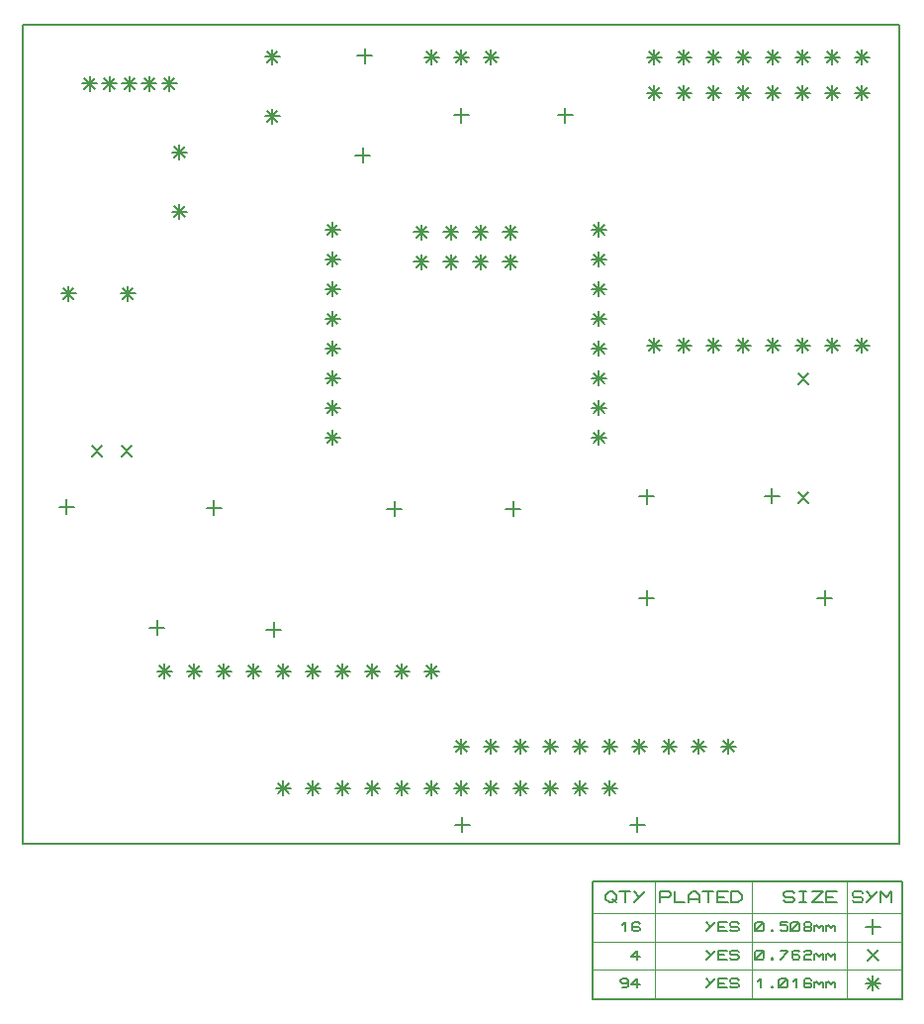
<source format=gbr>
G04 PROTEUS RS274X GERBER FILE*
%FSLAX45Y45*%
%MOMM*%
G01*
%ADD24C,0.203200*%
%ADD25C,0.127000*%
%ADD26C,0.063500*%
D24*
X+1507212Y-3272905D02*
X+1507212Y-3399905D01*
X+1570712Y-3336405D02*
X+1443712Y-3336405D01*
X+7560Y-3272905D02*
X+7560Y-3399905D01*
X+71060Y-3336405D02*
X-55940Y-3336405D01*
X+1587181Y-466819D02*
X+1587181Y-593819D01*
X+1650681Y-530319D02*
X+1523681Y-530319D01*
X+2659330Y-464849D02*
X+2659330Y-591849D01*
X+2722830Y-528349D02*
X+2595830Y-528349D01*
X-842131Y+2447773D02*
X-842131Y+2320773D01*
X-778631Y+2384273D02*
X-905631Y+2384273D01*
X-825500Y+3302000D02*
X-825500Y+3175000D01*
X-762000Y+3238500D02*
X-889000Y+3238500D01*
X+889000Y+2794000D02*
X+889000Y+2667000D01*
X+952500Y+2730500D02*
X+825500Y+2730500D01*
X+0Y+2794000D02*
X+0Y+2667000D01*
X+63500Y+2730500D02*
X-63500Y+2730500D01*
X-1604178Y-1604177D02*
X-1604178Y-1731177D01*
X-1540678Y-1667677D02*
X-1667678Y-1667677D01*
X-2603500Y-1587500D02*
X-2603500Y-1714500D01*
X-2540000Y-1651000D02*
X-2667000Y-1651000D01*
X+3111500Y-1333500D02*
X+3111500Y-1460500D01*
X+3175000Y-1397000D02*
X+3048000Y-1397000D01*
X+1587500Y-1333500D02*
X+1587500Y-1460500D01*
X+1651000Y-1397000D02*
X+1524000Y-1397000D01*
X-2118401Y-566295D02*
X-2118401Y-693295D01*
X-2054901Y-629795D02*
X-2181901Y-629795D01*
X-3377991Y-555885D02*
X-3377991Y-682885D01*
X-3314491Y-619385D02*
X-3441491Y-619385D01*
X-571500Y-571500D02*
X-571500Y-698500D01*
X-508000Y-635000D02*
X-635000Y-635000D01*
X+444500Y-571500D02*
X+444500Y-698500D01*
X+508000Y-635000D02*
X+381000Y-635000D01*
X+1270000Y-2961500D02*
X+1270000Y-3088500D01*
X+1333500Y-3025000D02*
X+1206500Y-3025000D01*
X+1314901Y-2980099D02*
X+1225099Y-3069901D01*
X+1314901Y-3069901D02*
X+1225099Y-2980099D01*
X+1016000Y-2961500D02*
X+1016000Y-3088500D01*
X+1079500Y-3025000D02*
X+952500Y-3025000D01*
X+1060901Y-2980099D02*
X+971099Y-3069901D01*
X+1060901Y-3069901D02*
X+971099Y-2980099D01*
X+762000Y-2961500D02*
X+762000Y-3088500D01*
X+825500Y-3025000D02*
X+698500Y-3025000D01*
X+806901Y-2980099D02*
X+717099Y-3069901D01*
X+806901Y-3069901D02*
X+717099Y-2980099D01*
X+508000Y-2961500D02*
X+508000Y-3088500D01*
X+571500Y-3025000D02*
X+444500Y-3025000D01*
X+552901Y-2980099D02*
X+463099Y-3069901D01*
X+552901Y-3069901D02*
X+463099Y-2980099D01*
X+254000Y-2961500D02*
X+254000Y-3088500D01*
X+317500Y-3025000D02*
X+190500Y-3025000D01*
X+298901Y-2980099D02*
X+209099Y-3069901D01*
X+298901Y-3069901D02*
X+209099Y-2980099D01*
X+0Y-2961500D02*
X+0Y-3088500D01*
X+63500Y-3025000D02*
X-63500Y-3025000D01*
X+44901Y-2980099D02*
X-44901Y-3069901D01*
X+44901Y-3069901D02*
X-44901Y-2980099D01*
X-254000Y-2961500D02*
X-254000Y-3088500D01*
X-190500Y-3025000D02*
X-317500Y-3025000D01*
X-209099Y-2980099D02*
X-298901Y-3069901D01*
X-209099Y-3069901D02*
X-298901Y-2980099D01*
X-508000Y-2961500D02*
X-508000Y-3088500D01*
X-444500Y-3025000D02*
X-571500Y-3025000D01*
X-463099Y-2980099D02*
X-552901Y-3069901D01*
X-463099Y-3069901D02*
X-552901Y-2980099D01*
X-762000Y-2961500D02*
X-762000Y-3088500D01*
X-698500Y-3025000D02*
X-825500Y-3025000D01*
X-717099Y-2980099D02*
X-806901Y-3069901D01*
X-717099Y-3069901D02*
X-806901Y-2980099D01*
X-1016000Y-2961500D02*
X-1016000Y-3088500D01*
X-952500Y-3025000D02*
X-1079500Y-3025000D01*
X-971099Y-2980099D02*
X-1060901Y-3069901D01*
X-971099Y-3069901D02*
X-1060901Y-2980099D01*
X-1270000Y-2961500D02*
X-1270000Y-3088500D01*
X-1206500Y-3025000D02*
X-1333500Y-3025000D01*
X-1225099Y-2980099D02*
X-1314901Y-3069901D01*
X-1225099Y-3069901D02*
X-1314901Y-2980099D01*
X-1524000Y-2961500D02*
X-1524000Y-3088500D01*
X-1460500Y-3025000D02*
X-1587500Y-3025000D01*
X-1479099Y-2980099D02*
X-1568901Y-3069901D01*
X-1479099Y-3069901D02*
X-1568901Y-2980099D01*
X+0Y-2603500D02*
X+0Y-2730500D01*
X+63500Y-2667000D02*
X-63500Y-2667000D01*
X+44901Y-2622099D02*
X-44901Y-2711901D01*
X+44901Y-2711901D02*
X-44901Y-2622099D01*
X+254000Y-2603500D02*
X+254000Y-2730500D01*
X+317500Y-2667000D02*
X+190500Y-2667000D01*
X+298901Y-2622099D02*
X+209099Y-2711901D01*
X+298901Y-2711901D02*
X+209099Y-2622099D01*
X+508000Y-2603500D02*
X+508000Y-2730500D01*
X+571500Y-2667000D02*
X+444500Y-2667000D01*
X+552901Y-2622099D02*
X+463099Y-2711901D01*
X+552901Y-2711901D02*
X+463099Y-2622099D01*
X+762000Y-2603500D02*
X+762000Y-2730500D01*
X+825500Y-2667000D02*
X+698500Y-2667000D01*
X+806901Y-2622099D02*
X+717099Y-2711901D01*
X+806901Y-2711901D02*
X+717099Y-2622099D01*
X+1016000Y-2603500D02*
X+1016000Y-2730500D01*
X+1079500Y-2667000D02*
X+952500Y-2667000D01*
X+1060901Y-2622099D02*
X+971099Y-2711901D01*
X+1060901Y-2711901D02*
X+971099Y-2622099D01*
X+1270000Y-2603500D02*
X+1270000Y-2730500D01*
X+1333500Y-2667000D02*
X+1206500Y-2667000D01*
X+1314901Y-2622099D02*
X+1225099Y-2711901D01*
X+1314901Y-2711901D02*
X+1225099Y-2622099D01*
X+1524000Y-2603500D02*
X+1524000Y-2730500D01*
X+1587500Y-2667000D02*
X+1460500Y-2667000D01*
X+1568901Y-2622099D02*
X+1479099Y-2711901D01*
X+1568901Y-2711901D02*
X+1479099Y-2622099D01*
X+1778000Y-2603500D02*
X+1778000Y-2730500D01*
X+1841500Y-2667000D02*
X+1714500Y-2667000D01*
X+1822901Y-2622099D02*
X+1733099Y-2711901D01*
X+1822901Y-2711901D02*
X+1733099Y-2622099D01*
X+2032000Y-2603500D02*
X+2032000Y-2730500D01*
X+2095500Y-2667000D02*
X+1968500Y-2667000D01*
X+2076901Y-2622099D02*
X+1987099Y-2711901D01*
X+2076901Y-2711901D02*
X+1987099Y-2622099D01*
X+2286000Y-2603500D02*
X+2286000Y-2730500D01*
X+2349500Y-2667000D02*
X+2222500Y-2667000D01*
X+2330901Y-2622099D02*
X+2241099Y-2711901D01*
X+2330901Y-2711901D02*
X+2241099Y-2622099D01*
X-254000Y-1961500D02*
X-254000Y-2088500D01*
X-190500Y-2025000D02*
X-317500Y-2025000D01*
X-209099Y-1980099D02*
X-298901Y-2069901D01*
X-209099Y-2069901D02*
X-298901Y-1980099D01*
X-508000Y-1961500D02*
X-508000Y-2088500D01*
X-444500Y-2025000D02*
X-571500Y-2025000D01*
X-463099Y-1980099D02*
X-552901Y-2069901D01*
X-463099Y-2069901D02*
X-552901Y-1980099D01*
X-762000Y-1961500D02*
X-762000Y-2088500D01*
X-698500Y-2025000D02*
X-825500Y-2025000D01*
X-717099Y-1980099D02*
X-806901Y-2069901D01*
X-717099Y-2069901D02*
X-806901Y-1980099D01*
X-1016000Y-1961500D02*
X-1016000Y-2088500D01*
X-952500Y-2025000D02*
X-1079500Y-2025000D01*
X-971099Y-1980099D02*
X-1060901Y-2069901D01*
X-971099Y-2069901D02*
X-1060901Y-1980099D01*
X-1270000Y-1961500D02*
X-1270000Y-2088500D01*
X-1206500Y-2025000D02*
X-1333500Y-2025000D01*
X-1225099Y-1980099D02*
X-1314901Y-2069901D01*
X-1225099Y-2069901D02*
X-1314901Y-1980099D01*
X-1524000Y-1961500D02*
X-1524000Y-2088500D01*
X-1460500Y-2025000D02*
X-1587500Y-2025000D01*
X-1479099Y-1980099D02*
X-1568901Y-2069901D01*
X-1479099Y-2069901D02*
X-1568901Y-1980099D01*
X-1778000Y-1961500D02*
X-1778000Y-2088500D01*
X-1714500Y-2025000D02*
X-1841500Y-2025000D01*
X-1733099Y-1980099D02*
X-1822901Y-2069901D01*
X-1733099Y-2069901D02*
X-1822901Y-1980099D01*
X-2032000Y-1961500D02*
X-2032000Y-2088500D01*
X-1968500Y-2025000D02*
X-2095500Y-2025000D01*
X-1987099Y-1980099D02*
X-2076901Y-2069901D01*
X-1987099Y-2069901D02*
X-2076901Y-1980099D01*
X-2286000Y-1961500D02*
X-2286000Y-2088500D01*
X-2222500Y-2025000D02*
X-2349500Y-2025000D01*
X-2241099Y-1980099D02*
X-2330901Y-2069901D01*
X-2241099Y-2069901D02*
X-2330901Y-1980099D01*
X-2540000Y-1961500D02*
X-2540000Y-2088500D01*
X-2476500Y-2025000D02*
X-2603500Y-2025000D01*
X-2495099Y-1980099D02*
X-2584901Y-2069901D01*
X-2495099Y-2069901D02*
X-2584901Y-1980099D01*
X+1177181Y+1814081D02*
X+1177181Y+1687081D01*
X+1240681Y+1750581D02*
X+1113681Y+1750581D01*
X+1222082Y+1795482D02*
X+1132280Y+1705680D01*
X+1222082Y+1705680D02*
X+1132280Y+1795482D01*
X+1177181Y+1560081D02*
X+1177181Y+1433081D01*
X+1240681Y+1496581D02*
X+1113681Y+1496581D01*
X+1222082Y+1541482D02*
X+1132280Y+1451680D01*
X+1222082Y+1451680D02*
X+1132280Y+1541482D01*
X+1177181Y+1306081D02*
X+1177181Y+1179081D01*
X+1240681Y+1242581D02*
X+1113681Y+1242581D01*
X+1222082Y+1287482D02*
X+1132280Y+1197680D01*
X+1222082Y+1197680D02*
X+1132280Y+1287482D01*
X+1177181Y+1052081D02*
X+1177181Y+925081D01*
X+1240681Y+988581D02*
X+1113681Y+988581D01*
X+1222082Y+1033482D02*
X+1132280Y+943680D01*
X+1222082Y+943680D02*
X+1132280Y+1033482D01*
X+1177181Y+798081D02*
X+1177181Y+671081D01*
X+1240681Y+734581D02*
X+1113681Y+734581D01*
X+1222082Y+779482D02*
X+1132280Y+689680D01*
X+1222082Y+689680D02*
X+1132280Y+779482D01*
X+1177181Y+544081D02*
X+1177181Y+417081D01*
X+1240681Y+480581D02*
X+1113681Y+480581D01*
X+1222082Y+525482D02*
X+1132280Y+435680D01*
X+1222082Y+435680D02*
X+1132280Y+525482D01*
X+1177181Y+290081D02*
X+1177181Y+163081D01*
X+1240681Y+226581D02*
X+1113681Y+226581D01*
X+1222082Y+271482D02*
X+1132280Y+181680D01*
X+1222082Y+181680D02*
X+1132280Y+271482D01*
X+1177181Y+36081D02*
X+1177181Y-90919D01*
X+1240681Y-27419D02*
X+1113681Y-27419D01*
X+1222082Y+17482D02*
X+1132280Y-72320D01*
X+1222082Y-72320D02*
X+1132280Y+17482D01*
X-1102819Y+36081D02*
X-1102819Y-90919D01*
X-1039319Y-27419D02*
X-1166319Y-27419D01*
X-1057918Y+17482D02*
X-1147720Y-72320D01*
X-1057918Y-72320D02*
X-1147720Y+17482D01*
X-1102819Y+290081D02*
X-1102819Y+163081D01*
X-1039319Y+226581D02*
X-1166319Y+226581D01*
X-1057918Y+271482D02*
X-1147720Y+181680D01*
X-1057918Y+181680D02*
X-1147720Y+271482D01*
X-1102819Y+544081D02*
X-1102819Y+417081D01*
X-1039319Y+480581D02*
X-1166319Y+480581D01*
X-1057918Y+525482D02*
X-1147720Y+435680D01*
X-1057918Y+435680D02*
X-1147720Y+525482D01*
X-1102819Y+798081D02*
X-1102819Y+671081D01*
X-1039319Y+734581D02*
X-1166319Y+734581D01*
X-1057918Y+779482D02*
X-1147720Y+689680D01*
X-1057918Y+689680D02*
X-1147720Y+779482D01*
X-1102819Y+1052081D02*
X-1102819Y+925081D01*
X-1039319Y+988581D02*
X-1166319Y+988581D01*
X-1057918Y+1033482D02*
X-1147720Y+943680D01*
X-1057918Y+943680D02*
X-1147720Y+1033482D01*
X-1102819Y+1306081D02*
X-1102819Y+1179081D01*
X-1039319Y+1242581D02*
X-1166319Y+1242581D01*
X-1057918Y+1287482D02*
X-1147720Y+1197680D01*
X-1057918Y+1197680D02*
X-1147720Y+1287482D01*
X-1102819Y+1560081D02*
X-1102819Y+1433081D01*
X-1039319Y+1496581D02*
X-1166319Y+1496581D01*
X-1057918Y+1541482D02*
X-1147720Y+1451680D01*
X-1057918Y+1451680D02*
X-1147720Y+1541482D01*
X-1102819Y+1814081D02*
X-1102819Y+1687081D01*
X-1039319Y+1750581D02*
X-1166319Y+1750581D01*
X-1057918Y+1795482D02*
X-1147720Y+1705680D01*
X-1057918Y+1705680D02*
X-1147720Y+1795482D01*
X-341819Y+1791681D02*
X-341819Y+1664681D01*
X-278319Y+1728181D02*
X-405319Y+1728181D01*
X-296918Y+1773082D02*
X-386720Y+1683280D01*
X-296918Y+1683280D02*
X-386720Y+1773082D01*
X-87819Y+1791681D02*
X-87819Y+1664681D01*
X-24319Y+1728181D02*
X-151319Y+1728181D01*
X-42918Y+1773082D02*
X-132720Y+1683280D01*
X-42918Y+1683280D02*
X-132720Y+1773082D01*
X+166181Y+1791681D02*
X+166181Y+1664681D01*
X+229681Y+1728181D02*
X+102681Y+1728181D01*
X+211082Y+1773082D02*
X+121280Y+1683280D01*
X+211082Y+1683280D02*
X+121280Y+1773082D01*
X+420181Y+1791681D02*
X+420181Y+1664681D01*
X+483681Y+1728181D02*
X+356681Y+1728181D01*
X+465082Y+1773082D02*
X+375280Y+1683280D01*
X+465082Y+1683280D02*
X+375280Y+1773082D01*
X+420181Y+1537681D02*
X+420181Y+1410681D01*
X+483681Y+1474181D02*
X+356681Y+1474181D01*
X+465082Y+1519082D02*
X+375280Y+1429280D01*
X+465082Y+1429280D02*
X+375280Y+1519082D01*
X+166181Y+1537681D02*
X+166181Y+1410681D01*
X+229681Y+1474181D02*
X+102681Y+1474181D01*
X+211082Y+1519082D02*
X+121280Y+1429280D01*
X+211082Y+1429280D02*
X+121280Y+1519082D01*
X-87819Y+1537681D02*
X-87819Y+1410681D01*
X-24319Y+1474181D02*
X-151319Y+1474181D01*
X-42918Y+1519082D02*
X-132720Y+1429280D01*
X-42918Y+1429280D02*
X-132720Y+1519082D01*
X-341819Y+1537681D02*
X-341819Y+1410681D01*
X-278319Y+1474181D02*
X-405319Y+1474181D01*
X-296918Y+1519082D02*
X-386720Y+1429280D01*
X-296918Y+1429280D02*
X-386720Y+1519082D01*
X+1651000Y+2984500D02*
X+1651000Y+2857500D01*
X+1714500Y+2921000D02*
X+1587500Y+2921000D01*
X+1695901Y+2965901D02*
X+1606099Y+2876099D01*
X+1695901Y+2876099D02*
X+1606099Y+2965901D01*
X+1905000Y+2984500D02*
X+1905000Y+2857500D01*
X+1968500Y+2921000D02*
X+1841500Y+2921000D01*
X+1949901Y+2965901D02*
X+1860099Y+2876099D01*
X+1949901Y+2876099D02*
X+1860099Y+2965901D01*
X+2159000Y+2984500D02*
X+2159000Y+2857500D01*
X+2222500Y+2921000D02*
X+2095500Y+2921000D01*
X+2203901Y+2965901D02*
X+2114099Y+2876099D01*
X+2203901Y+2876099D02*
X+2114099Y+2965901D01*
X+2413000Y+2984500D02*
X+2413000Y+2857500D01*
X+2476500Y+2921000D02*
X+2349500Y+2921000D01*
X+2457901Y+2965901D02*
X+2368099Y+2876099D01*
X+2457901Y+2876099D02*
X+2368099Y+2965901D01*
X+2667000Y+2984500D02*
X+2667000Y+2857500D01*
X+2730500Y+2921000D02*
X+2603500Y+2921000D01*
X+2711901Y+2965901D02*
X+2622099Y+2876099D01*
X+2711901Y+2876099D02*
X+2622099Y+2965901D01*
X+2921000Y+2984500D02*
X+2921000Y+2857500D01*
X+2984500Y+2921000D02*
X+2857500Y+2921000D01*
X+2965901Y+2965901D02*
X+2876099Y+2876099D01*
X+2965901Y+2876099D02*
X+2876099Y+2965901D01*
X+3175000Y+2984500D02*
X+3175000Y+2857500D01*
X+3238500Y+2921000D02*
X+3111500Y+2921000D01*
X+3219901Y+2965901D02*
X+3130099Y+2876099D01*
X+3219901Y+2876099D02*
X+3130099Y+2965901D01*
X+3429000Y+2984500D02*
X+3429000Y+2857500D01*
X+3492500Y+2921000D02*
X+3365500Y+2921000D01*
X+3473901Y+2965901D02*
X+3384099Y+2876099D01*
X+3473901Y+2876099D02*
X+3384099Y+2965901D01*
X+3429000Y+825500D02*
X+3429000Y+698500D01*
X+3492500Y+762000D02*
X+3365500Y+762000D01*
X+3473901Y+806901D02*
X+3384099Y+717099D01*
X+3473901Y+717099D02*
X+3384099Y+806901D01*
X+3175000Y+825500D02*
X+3175000Y+698500D01*
X+3238500Y+762000D02*
X+3111500Y+762000D01*
X+3219901Y+806901D02*
X+3130099Y+717099D01*
X+3219901Y+717099D02*
X+3130099Y+806901D01*
X+2921000Y+825500D02*
X+2921000Y+698500D01*
X+2984500Y+762000D02*
X+2857500Y+762000D01*
X+2965901Y+806901D02*
X+2876099Y+717099D01*
X+2965901Y+717099D02*
X+2876099Y+806901D01*
X+2667000Y+825500D02*
X+2667000Y+698500D01*
X+2730500Y+762000D02*
X+2603500Y+762000D01*
X+2711901Y+806901D02*
X+2622099Y+717099D01*
X+2711901Y+717099D02*
X+2622099Y+806901D01*
X+2413000Y+825500D02*
X+2413000Y+698500D01*
X+2476500Y+762000D02*
X+2349500Y+762000D01*
X+2457901Y+806901D02*
X+2368099Y+717099D01*
X+2457901Y+717099D02*
X+2368099Y+806901D01*
X+2159000Y+825500D02*
X+2159000Y+698500D01*
X+2222500Y+762000D02*
X+2095500Y+762000D01*
X+2203901Y+806901D02*
X+2114099Y+717099D01*
X+2203901Y+717099D02*
X+2114099Y+806901D01*
X+1905000Y+825500D02*
X+1905000Y+698500D01*
X+1968500Y+762000D02*
X+1841500Y+762000D01*
X+1949901Y+806901D02*
X+1860099Y+717099D01*
X+1949901Y+717099D02*
X+1860099Y+806901D01*
X+1651000Y+825500D02*
X+1651000Y+698500D01*
X+1714500Y+762000D02*
X+1587500Y+762000D01*
X+1695901Y+806901D02*
X+1606099Y+717099D01*
X+1695901Y+717099D02*
X+1606099Y+806901D01*
X-2500000Y+3063500D02*
X-2500000Y+2936500D01*
X-2436500Y+3000000D02*
X-2563500Y+3000000D01*
X-2455099Y+3044901D02*
X-2544901Y+2955099D01*
X-2455099Y+2955099D02*
X-2544901Y+3044901D01*
X-2670180Y+3063500D02*
X-2670180Y+2936500D01*
X-2606680Y+3000000D02*
X-2733680Y+3000000D01*
X-2625279Y+3044901D02*
X-2715081Y+2955099D01*
X-2625279Y+2955099D02*
X-2715081Y+3044901D01*
X-2840360Y+3063500D02*
X-2840360Y+2936500D01*
X-2776860Y+3000000D02*
X-2903860Y+3000000D01*
X-2795459Y+3044901D02*
X-2885261Y+2955099D01*
X-2795459Y+2955099D02*
X-2885261Y+3044901D01*
X-3010540Y+3063500D02*
X-3010540Y+2936500D01*
X-2947040Y+3000000D02*
X-3074040Y+3000000D01*
X-2965639Y+3044901D02*
X-3055441Y+2955099D01*
X-2965639Y+2955099D02*
X-3055441Y+3044901D01*
X-3180720Y+3063500D02*
X-3180720Y+2936500D01*
X-3117220Y+3000000D02*
X-3244220Y+3000000D01*
X-3135819Y+3044901D02*
X-3225621Y+2955099D01*
X-3135819Y+2955099D02*
X-3225621Y+3044901D01*
X-2413000Y+1968500D02*
X-2413000Y+1841500D01*
X-2349500Y+1905000D02*
X-2476500Y+1905000D01*
X-2368099Y+1949901D02*
X-2457901Y+1860099D01*
X-2368099Y+1860099D02*
X-2457901Y+1949901D01*
X-2413000Y+2476500D02*
X-2413000Y+2349500D01*
X-2349500Y+2413000D02*
X-2476500Y+2413000D01*
X-2368099Y+2457901D02*
X-2457901Y+2368099D01*
X-2368099Y+2368099D02*
X-2457901Y+2457901D01*
X-1620000Y+2783500D02*
X-1620000Y+2656500D01*
X-1556500Y+2720000D02*
X-1683500Y+2720000D01*
X-1575099Y+2764901D02*
X-1664901Y+2675099D01*
X-1575099Y+2675099D02*
X-1664901Y+2764901D01*
X-1620000Y+3291500D02*
X-1620000Y+3164500D01*
X-1556500Y+3228000D02*
X-1683500Y+3228000D01*
X-1575099Y+3272901D02*
X-1664901Y+3183099D01*
X-1575099Y+3183099D02*
X-1664901Y+3272901D01*
X-2856000Y+1268500D02*
X-2856000Y+1141500D01*
X-2792500Y+1205000D02*
X-2919500Y+1205000D01*
X-2811099Y+1249901D02*
X-2900901Y+1160099D01*
X-2811099Y+1160099D02*
X-2900901Y+1249901D01*
X-3364000Y+1268500D02*
X-3364000Y+1141500D01*
X-3300500Y+1205000D02*
X-3427500Y+1205000D01*
X-3319099Y+1249901D02*
X-3408901Y+1160099D01*
X-3319099Y+1160099D02*
X-3408901Y+1249901D01*
X+2972082Y-495418D02*
X+2882280Y-585220D01*
X+2972082Y-585220D02*
X+2882280Y-495418D01*
X+2972082Y+520582D02*
X+2882280Y+430780D01*
X+2972082Y+430780D02*
X+2882280Y+520582D01*
X-2818599Y-97099D02*
X-2908401Y-186901D01*
X-2818599Y-186901D02*
X-2908401Y-97099D01*
X-3072599Y-97099D02*
X-3162401Y-186901D01*
X-3072599Y-186901D02*
X-3162401Y-97099D01*
X+1651000Y+3289300D02*
X+1651000Y+3162300D01*
X+1714500Y+3225800D02*
X+1587500Y+3225800D01*
X+1695901Y+3270701D02*
X+1606099Y+3180899D01*
X+1695901Y+3180899D02*
X+1606099Y+3270701D01*
X+1905000Y+3289300D02*
X+1905000Y+3162300D01*
X+1968500Y+3225800D02*
X+1841500Y+3225800D01*
X+1949901Y+3270701D02*
X+1860099Y+3180899D01*
X+1949901Y+3180899D02*
X+1860099Y+3270701D01*
X+2159000Y+3289300D02*
X+2159000Y+3162300D01*
X+2222500Y+3225800D02*
X+2095500Y+3225800D01*
X+2203901Y+3270701D02*
X+2114099Y+3180899D01*
X+2203901Y+3180899D02*
X+2114099Y+3270701D01*
X+2413000Y+3289300D02*
X+2413000Y+3162300D01*
X+2476500Y+3225800D02*
X+2349500Y+3225800D01*
X+2457901Y+3270701D02*
X+2368099Y+3180899D01*
X+2457901Y+3180899D02*
X+2368099Y+3270701D01*
X+2667000Y+3289300D02*
X+2667000Y+3162300D01*
X+2730500Y+3225800D02*
X+2603500Y+3225800D01*
X+2711901Y+3270701D02*
X+2622099Y+3180899D01*
X+2711901Y+3180899D02*
X+2622099Y+3270701D01*
X+2921000Y+3289300D02*
X+2921000Y+3162300D01*
X+2984500Y+3225800D02*
X+2857500Y+3225800D01*
X+2965901Y+3270701D02*
X+2876099Y+3180899D01*
X+2965901Y+3180899D02*
X+2876099Y+3270701D01*
X+3175000Y+3289300D02*
X+3175000Y+3162300D01*
X+3238500Y+3225800D02*
X+3111500Y+3225800D01*
X+3219901Y+3270701D02*
X+3130099Y+3180899D01*
X+3219901Y+3180899D02*
X+3130099Y+3270701D01*
X+3429000Y+3289300D02*
X+3429000Y+3162300D01*
X+3492500Y+3225800D02*
X+3365500Y+3225800D01*
X+3473901Y+3270701D02*
X+3384099Y+3180899D01*
X+3473901Y+3180899D02*
X+3384099Y+3270701D01*
X+254000Y+3289300D02*
X+254000Y+3162300D01*
X+317500Y+3225800D02*
X+190500Y+3225800D01*
X+298901Y+3270701D02*
X+209099Y+3180899D01*
X+298901Y+3180899D02*
X+209099Y+3270701D01*
X+0Y+3289300D02*
X+0Y+3162300D01*
X+63500Y+3225800D02*
X-63500Y+3225800D01*
X+44901Y+3270701D02*
X-44901Y+3180899D01*
X+44901Y+3180899D02*
X-44901Y+3270701D01*
X-254000Y+3289300D02*
X-254000Y+3162300D01*
X-190500Y+3225800D02*
X-317500Y+3225800D01*
X-209099Y+3270701D02*
X-298901Y+3180899D01*
X-209099Y+3180899D02*
X-298901Y+3270701D01*
X-3750000Y-3500000D02*
X+3750000Y-3500000D01*
X+3750000Y+3500000D01*
X-3750000Y+3500000D01*
X-3750000Y-3500000D01*
D25*
X+1124910Y-4826105D02*
X+3769050Y-4826105D01*
X+3769050Y-3822805D01*
X+1124910Y-3822805D01*
X+1124910Y-4826105D01*
D26*
X+3301688Y-3822805D02*
X+3301688Y-4826105D01*
X+2488888Y-3822805D02*
X+2488888Y-4826105D01*
X+1655768Y-3822805D02*
X+1655768Y-4826105D01*
X+3769050Y-4095855D02*
X+1124910Y-4095855D01*
X+3769050Y-4337155D02*
X+1124910Y-4337155D01*
X+3769050Y-4578455D02*
X+1124910Y-4578455D01*
D25*
X+3346140Y-3986635D02*
X+3361380Y-4001875D01*
X+3422340Y-4001875D01*
X+3437580Y-3986635D01*
X+3437580Y-3971395D01*
X+3422340Y-3956155D01*
X+3361380Y-3956155D01*
X+3346140Y-3940915D01*
X+3346140Y-3925675D01*
X+3361380Y-3910435D01*
X+3422340Y-3910435D01*
X+3437580Y-3925675D01*
X+3559500Y-3910435D02*
X+3468060Y-4001875D01*
X+3468060Y-3910435D02*
X+3513780Y-3956155D01*
X+3589980Y-4001875D02*
X+3589980Y-3910435D01*
X+3635700Y-3956155D01*
X+3681420Y-3910435D01*
X+3681420Y-4001875D01*
X+2756860Y-3986635D02*
X+2772100Y-4001875D01*
X+2833060Y-4001875D01*
X+2848300Y-3986635D01*
X+2848300Y-3971395D01*
X+2833060Y-3956155D01*
X+2772100Y-3956155D01*
X+2756860Y-3940915D01*
X+2756860Y-3925675D01*
X+2772100Y-3910435D01*
X+2833060Y-3910435D01*
X+2848300Y-3925675D01*
X+2894020Y-3910435D02*
X+2954980Y-3910435D01*
X+2924500Y-3910435D02*
X+2924500Y-4001875D01*
X+2894020Y-4001875D02*
X+2954980Y-4001875D01*
X+3000700Y-3910435D02*
X+3092140Y-3910435D01*
X+3000700Y-4001875D01*
X+3092140Y-4001875D01*
X+3214060Y-4001875D02*
X+3122620Y-4001875D01*
X+3122620Y-3910435D01*
X+3214060Y-3910435D01*
X+3122620Y-3956155D02*
X+3183580Y-3956155D01*
X+1700220Y-4001875D02*
X+1700220Y-3910435D01*
X+1776420Y-3910435D01*
X+1791660Y-3925675D01*
X+1791660Y-3940915D01*
X+1776420Y-3956155D01*
X+1700220Y-3956155D01*
X+1822140Y-3910435D02*
X+1822140Y-4001875D01*
X+1913580Y-4001875D01*
X+1944060Y-4001875D02*
X+1944060Y-3940915D01*
X+1974540Y-3910435D01*
X+2005020Y-3910435D01*
X+2035500Y-3940915D01*
X+2035500Y-4001875D01*
X+1944060Y-3971395D02*
X+2035500Y-3971395D01*
X+2065980Y-3910435D02*
X+2157420Y-3910435D01*
X+2111700Y-3910435D02*
X+2111700Y-4001875D01*
X+2279340Y-4001875D02*
X+2187900Y-4001875D01*
X+2187900Y-3910435D01*
X+2279340Y-3910435D01*
X+2187900Y-3956155D02*
X+2248860Y-3956155D01*
X+2309820Y-4001875D02*
X+2309820Y-3910435D01*
X+2370780Y-3910435D01*
X+2401260Y-3940915D01*
X+2401260Y-3971395D01*
X+2370780Y-4001875D01*
X+2309820Y-4001875D01*
X+1232860Y-3940915D02*
X+1263340Y-3910435D01*
X+1293820Y-3910435D01*
X+1324300Y-3940915D01*
X+1324300Y-3971395D01*
X+1293820Y-4001875D01*
X+1263340Y-4001875D01*
X+1232860Y-3971395D01*
X+1232860Y-3940915D01*
X+1293820Y-3971395D02*
X+1324300Y-4001875D01*
X+1354780Y-3910435D02*
X+1446220Y-3910435D01*
X+1400500Y-3910435D02*
X+1400500Y-4001875D01*
X+1568140Y-3910435D02*
X+1476700Y-4001875D01*
X+1476700Y-3910435D02*
X+1522420Y-3956155D01*
D24*
X+3522670Y-4146655D02*
X+3522670Y-4273655D01*
X+3586170Y-4210155D02*
X+3459170Y-4210155D01*
D25*
X+2514290Y-4235555D02*
X+2514290Y-4184755D01*
X+2526990Y-4172055D01*
X+2577790Y-4172055D01*
X+2590490Y-4184755D01*
X+2590490Y-4235555D01*
X+2577790Y-4248255D01*
X+2526990Y-4248255D01*
X+2514290Y-4235555D01*
X+2514290Y-4248255D02*
X+2590490Y-4172055D01*
X+2653990Y-4235555D02*
X+2666690Y-4235555D01*
X+2666690Y-4248255D01*
X+2653990Y-4248255D01*
X+2653990Y-4235555D01*
X+2793690Y-4172055D02*
X+2730190Y-4172055D01*
X+2730190Y-4197455D01*
X+2780990Y-4197455D01*
X+2793690Y-4210155D01*
X+2793690Y-4235555D01*
X+2780990Y-4248255D01*
X+2742890Y-4248255D01*
X+2730190Y-4235555D01*
X+2819090Y-4235555D02*
X+2819090Y-4184755D01*
X+2831790Y-4172055D01*
X+2882590Y-4172055D01*
X+2895290Y-4184755D01*
X+2895290Y-4235555D01*
X+2882590Y-4248255D01*
X+2831790Y-4248255D01*
X+2819090Y-4235555D01*
X+2819090Y-4248255D02*
X+2895290Y-4172055D01*
X+2946090Y-4210155D02*
X+2933390Y-4197455D01*
X+2933390Y-4184755D01*
X+2946090Y-4172055D01*
X+2984190Y-4172055D01*
X+2996890Y-4184755D01*
X+2996890Y-4197455D01*
X+2984190Y-4210155D01*
X+2946090Y-4210155D01*
X+2933390Y-4222855D01*
X+2933390Y-4235555D01*
X+2946090Y-4248255D01*
X+2984190Y-4248255D01*
X+2996890Y-4235555D01*
X+2996890Y-4222855D01*
X+2984190Y-4210155D01*
X+3022290Y-4248255D02*
X+3022290Y-4197455D01*
X+3022290Y-4210155D02*
X+3034990Y-4197455D01*
X+3060390Y-4222855D01*
X+3085790Y-4197455D01*
X+3098490Y-4210155D01*
X+3098490Y-4248255D01*
X+3123890Y-4248255D02*
X+3123890Y-4197455D01*
X+3123890Y-4210155D02*
X+3136590Y-4197455D01*
X+3161990Y-4222855D01*
X+3187390Y-4197455D01*
X+3200090Y-4210155D01*
X+3200090Y-4248255D01*
X+2171390Y-4172055D02*
X+2095190Y-4248255D01*
X+2095190Y-4172055D02*
X+2133290Y-4210155D01*
X+2272990Y-4248255D02*
X+2196790Y-4248255D01*
X+2196790Y-4172055D01*
X+2272990Y-4172055D01*
X+2196790Y-4210155D02*
X+2247590Y-4210155D01*
X+2298390Y-4235555D02*
X+2311090Y-4248255D01*
X+2361890Y-4248255D01*
X+2374590Y-4235555D01*
X+2374590Y-4222855D01*
X+2361890Y-4210155D01*
X+2311090Y-4210155D01*
X+2298390Y-4197455D01*
X+2298390Y-4184755D01*
X+2311090Y-4172055D01*
X+2361890Y-4172055D01*
X+2374590Y-4184755D01*
X+1376370Y-4197455D02*
X+1401770Y-4172055D01*
X+1401770Y-4248255D01*
X+1528770Y-4184755D02*
X+1516070Y-4172055D01*
X+1477970Y-4172055D01*
X+1465270Y-4184755D01*
X+1465270Y-4235555D01*
X+1477970Y-4248255D01*
X+1516070Y-4248255D01*
X+1528770Y-4235555D01*
X+1528770Y-4222855D01*
X+1516070Y-4210155D01*
X+1465270Y-4210155D01*
D24*
X+3567571Y-4406554D02*
X+3477769Y-4496356D01*
X+3567571Y-4496356D02*
X+3477769Y-4406554D01*
D25*
X+2514290Y-4476855D02*
X+2514290Y-4426055D01*
X+2526990Y-4413355D01*
X+2577790Y-4413355D01*
X+2590490Y-4426055D01*
X+2590490Y-4476855D01*
X+2577790Y-4489555D01*
X+2526990Y-4489555D01*
X+2514290Y-4476855D01*
X+2514290Y-4489555D02*
X+2590490Y-4413355D01*
X+2653990Y-4476855D02*
X+2666690Y-4476855D01*
X+2666690Y-4489555D01*
X+2653990Y-4489555D01*
X+2653990Y-4476855D01*
X+2730190Y-4413355D02*
X+2793690Y-4413355D01*
X+2793690Y-4426055D01*
X+2730190Y-4489555D01*
X+2895290Y-4426055D02*
X+2882590Y-4413355D01*
X+2844490Y-4413355D01*
X+2831790Y-4426055D01*
X+2831790Y-4476855D01*
X+2844490Y-4489555D01*
X+2882590Y-4489555D01*
X+2895290Y-4476855D01*
X+2895290Y-4464155D01*
X+2882590Y-4451455D01*
X+2831790Y-4451455D01*
X+2933390Y-4426055D02*
X+2946090Y-4413355D01*
X+2984190Y-4413355D01*
X+2996890Y-4426055D01*
X+2996890Y-4438755D01*
X+2984190Y-4451455D01*
X+2946090Y-4451455D01*
X+2933390Y-4464155D01*
X+2933390Y-4489555D01*
X+2996890Y-4489555D01*
X+3022290Y-4489555D02*
X+3022290Y-4438755D01*
X+3022290Y-4451455D02*
X+3034990Y-4438755D01*
X+3060390Y-4464155D01*
X+3085790Y-4438755D01*
X+3098490Y-4451455D01*
X+3098490Y-4489555D01*
X+3123890Y-4489555D02*
X+3123890Y-4438755D01*
X+3123890Y-4451455D02*
X+3136590Y-4438755D01*
X+3161990Y-4464155D01*
X+3187390Y-4438755D01*
X+3200090Y-4451455D01*
X+3200090Y-4489555D01*
X+2171390Y-4413355D02*
X+2095190Y-4489555D01*
X+2095190Y-4413355D02*
X+2133290Y-4451455D01*
X+2272990Y-4489555D02*
X+2196790Y-4489555D01*
X+2196790Y-4413355D01*
X+2272990Y-4413355D01*
X+2196790Y-4451455D02*
X+2247590Y-4451455D01*
X+2298390Y-4476855D02*
X+2311090Y-4489555D01*
X+2361890Y-4489555D01*
X+2374590Y-4476855D01*
X+2374590Y-4464155D01*
X+2361890Y-4451455D01*
X+2311090Y-4451455D01*
X+2298390Y-4438755D01*
X+2298390Y-4426055D01*
X+2311090Y-4413355D01*
X+2361890Y-4413355D01*
X+2374590Y-4426055D01*
X+1528770Y-4464155D02*
X+1452570Y-4464155D01*
X+1503370Y-4413355D01*
X+1503370Y-4489555D01*
D24*
X+3522670Y-4629255D02*
X+3522670Y-4756255D01*
X+3586170Y-4692755D02*
X+3459170Y-4692755D01*
X+3567571Y-4647854D02*
X+3477769Y-4737656D01*
X+3567571Y-4737656D02*
X+3477769Y-4647854D01*
D25*
X+2539690Y-4680055D02*
X+2565090Y-4654655D01*
X+2565090Y-4730855D01*
X+2653990Y-4718155D02*
X+2666690Y-4718155D01*
X+2666690Y-4730855D01*
X+2653990Y-4730855D01*
X+2653990Y-4718155D01*
X+2717490Y-4718155D02*
X+2717490Y-4667355D01*
X+2730190Y-4654655D01*
X+2780990Y-4654655D01*
X+2793690Y-4667355D01*
X+2793690Y-4718155D01*
X+2780990Y-4730855D01*
X+2730190Y-4730855D01*
X+2717490Y-4718155D01*
X+2717490Y-4730855D02*
X+2793690Y-4654655D01*
X+2844490Y-4680055D02*
X+2869890Y-4654655D01*
X+2869890Y-4730855D01*
X+2996890Y-4667355D02*
X+2984190Y-4654655D01*
X+2946090Y-4654655D01*
X+2933390Y-4667355D01*
X+2933390Y-4718155D01*
X+2946090Y-4730855D01*
X+2984190Y-4730855D01*
X+2996890Y-4718155D01*
X+2996890Y-4705455D01*
X+2984190Y-4692755D01*
X+2933390Y-4692755D01*
X+3022290Y-4730855D02*
X+3022290Y-4680055D01*
X+3022290Y-4692755D02*
X+3034990Y-4680055D01*
X+3060390Y-4705455D01*
X+3085790Y-4680055D01*
X+3098490Y-4692755D01*
X+3098490Y-4730855D01*
X+3123890Y-4730855D02*
X+3123890Y-4680055D01*
X+3123890Y-4692755D02*
X+3136590Y-4680055D01*
X+3161990Y-4705455D01*
X+3187390Y-4680055D01*
X+3200090Y-4692755D01*
X+3200090Y-4730855D01*
X+2171390Y-4654655D02*
X+2095190Y-4730855D01*
X+2095190Y-4654655D02*
X+2133290Y-4692755D01*
X+2272990Y-4730855D02*
X+2196790Y-4730855D01*
X+2196790Y-4654655D01*
X+2272990Y-4654655D01*
X+2196790Y-4692755D02*
X+2247590Y-4692755D01*
X+2298390Y-4718155D02*
X+2311090Y-4730855D01*
X+2361890Y-4730855D01*
X+2374590Y-4718155D01*
X+2374590Y-4705455D01*
X+2361890Y-4692755D01*
X+2311090Y-4692755D01*
X+2298390Y-4680055D01*
X+2298390Y-4667355D01*
X+2311090Y-4654655D01*
X+2361890Y-4654655D01*
X+2374590Y-4667355D01*
X+1427170Y-4680055D02*
X+1414470Y-4692755D01*
X+1376370Y-4692755D01*
X+1363670Y-4680055D01*
X+1363670Y-4667355D01*
X+1376370Y-4654655D01*
X+1414470Y-4654655D01*
X+1427170Y-4667355D01*
X+1427170Y-4718155D01*
X+1414470Y-4730855D01*
X+1376370Y-4730855D01*
X+1528770Y-4705455D02*
X+1452570Y-4705455D01*
X+1503370Y-4654655D01*
X+1503370Y-4730855D01*
M02*

</source>
